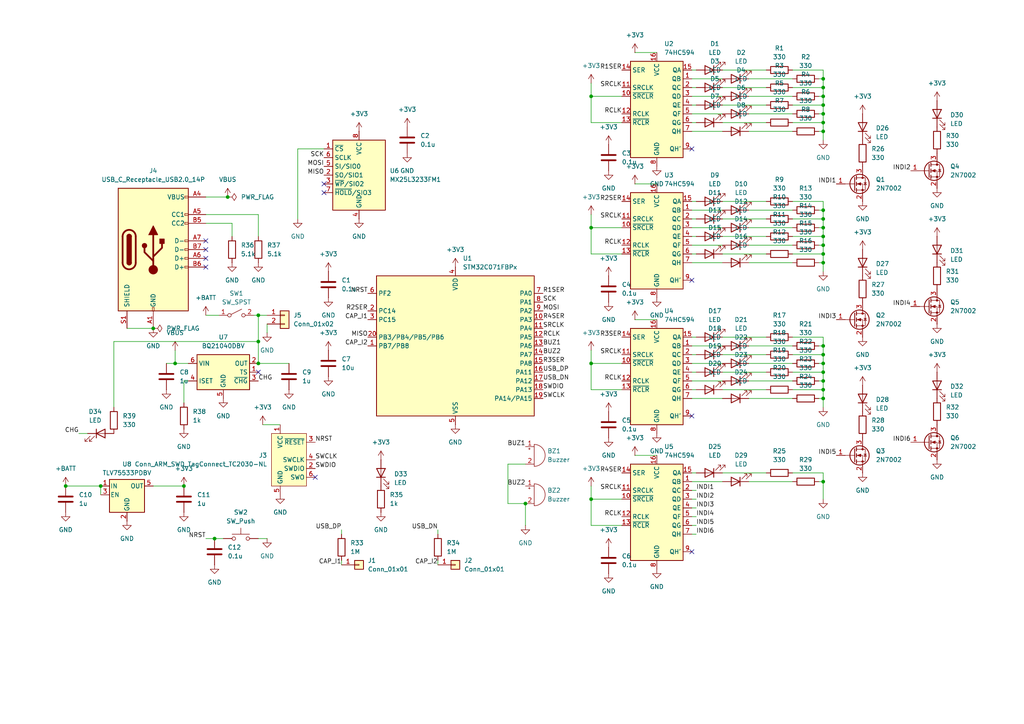
<source format=kicad_sch>
(kicad_sch (version 20250114) (generator "eeschema") (generator_version "9.0")
  (paper "A4")
  (junction (at 238.76 115.57))
  (junction (at 238.76 38.1))
  (junction (at 238.76 107.95))
  (junction (at 238.76 76.2))
  (junction (at 238.76 22.86))
  (junction (at 29.21 140.97))
  (junction (at 171.45 105.41))
  (junction (at 238.76 25.4))
  (junction (at 152.4 146.05))
  (junction (at 238.76 102.87))
  (junction (at 74.93 99.06))
  (junction (at 238.76 33.02))
  (junction (at 238.76 30.48))
  (junction (at 53.34 140.97))
  (junction (at 238.76 71.12))
  (junction (at 238.76 105.41))
  (junction (at 19.05 140.97))
  (junction (at 238.76 66.04))
  (junction (at 74.93 105.41))
  (junction (at 238.76 100.33))
  (junction (at 238.76 73.66))
  (junction (at 44.45 95.25))
  (junction (at 238.76 60.96))
  (junction (at 171.45 144.78))
  (junction (at 238.76 110.49))
  (junction (at 238.76 139.7))
  (junction (at 238.76 113.03))
  (junction (at 238.76 68.58))
  (junction (at 66.04 57.15))
  (junction (at 171.45 66.04))
  (junction (at 238.76 27.94))
  (junction (at 50.8 105.41))
  (junction (at 74.93 91.44))
  (junction (at 171.45 27.94))
  (junction (at 238.76 35.56))
  (junction (at 238.76 63.5))
  (junction (at 62.23 156.21))
  (no_connect (at 91.44 138.43))
  (no_connect (at 93.98 55.88))
  (no_connect (at 200.66 43.18))
  (no_connect (at 59.69 74.93))
  (no_connect (at 200.66 160.02))
  (no_connect (at 59.69 77.47))
  (no_connect (at 200.66 81.28))
  (no_connect (at 200.66 120.65))
  (no_connect (at 93.98 53.34))
  (no_connect (at 74.93 107.95))
  (no_connect (at 59.69 72.39))
  (no_connect (at 59.69 69.85))
  (wire (pts (xy 238.76 139.7) (xy 238.76 144.78)))
  (wire (pts (xy 200.66 73.66) (xy 201.93 73.66)))
  (wire (pts (xy 229.87 97.79) (xy 238.76 97.79)))
  (wire (pts (xy 238.76 73.66) (xy 238.76 76.2)))
  (wire (pts (xy 77.47 93.98) (xy 77.47 96.52)))
  (wire (pts (xy 184.15 92.71) (xy 190.5 92.71)))
  (wire (pts (xy 209.55 68.58) (xy 222.25 68.58)))
  (wire (pts (xy 171.45 66.04) (xy 171.45 73.66)))
  (wire (pts (xy 217.17 27.94) (xy 229.87 27.94)))
  (wire (pts (xy 217.17 139.7) (xy 229.87 139.7)))
  (wire (pts (xy 237.49 76.2) (xy 238.76 76.2)))
  (wire (pts (xy 171.45 140.97) (xy 171.45 144.78)))
  (wire (pts (xy 237.49 105.41) (xy 238.76 105.41)))
  (wire (pts (xy 229.87 30.48) (xy 238.76 30.48)))
  (wire (pts (xy 36.83 95.25) (xy 44.45 95.25)))
  (wire (pts (xy 44.45 140.97) (xy 53.34 140.97)))
  (wire (pts (xy 59.69 57.15) (xy 66.04 57.15)))
  (wire (pts (xy 73.66 91.44) (xy 74.93 91.44)))
  (wire (pts (xy 237.49 38.1) (xy 238.76 38.1)))
  (wire (pts (xy 229.87 73.66) (xy 238.76 73.66)))
  (wire (pts (xy 237.49 110.49) (xy 238.76 110.49)))
  (wire (pts (xy 147.32 134.62) (xy 147.32 146.05)))
  (wire (pts (xy 184.15 15.24) (xy 190.5 15.24)))
  (wire (pts (xy 200.66 115.57) (xy 209.55 115.57)))
  (wire (pts (xy 237.49 33.02) (xy 238.76 33.02)))
  (wire (pts (xy 48.26 105.41) (xy 50.8 105.41)))
  (wire (pts (xy 200.66 97.79) (xy 201.93 97.79)))
  (wire (pts (xy 200.66 139.7) (xy 209.55 139.7)))
  (wire (pts (xy 209.55 73.66) (xy 222.25 73.66)))
  (wire (pts (xy 152.4 134.62) (xy 147.32 134.62)))
  (wire (pts (xy 229.87 20.32) (xy 238.76 20.32)))
  (wire (pts (xy 238.76 22.86) (xy 238.76 25.4)))
  (wire (pts (xy 67.31 64.77) (xy 59.69 64.77)))
  (wire (pts (xy 238.76 60.96) (xy 238.76 63.5)))
  (wire (pts (xy 74.93 91.44) (xy 74.93 99.06)))
  (wire (pts (xy 209.55 102.87) (xy 222.25 102.87)))
  (wire (pts (xy 237.49 115.57) (xy 238.76 115.57)))
  (wire (pts (xy 209.55 25.4) (xy 222.25 25.4)))
  (wire (pts (xy 238.76 68.58) (xy 238.76 71.12)))
  (wire (pts (xy 33.02 99.06) (xy 74.93 99.06)))
  (wire (pts (xy 67.31 68.58) (xy 67.31 64.77)))
  (wire (pts (xy 209.55 113.03) (xy 222.25 113.03)))
  (wire (pts (xy 200.66 20.32) (xy 201.93 20.32)))
  (wire (pts (xy 237.49 22.86) (xy 238.76 22.86)))
  (wire (pts (xy 62.23 156.21) (xy 64.77 156.21)))
  (wire (pts (xy 238.76 38.1) (xy 238.76 40.64)))
  (wire (pts (xy 229.87 107.95) (xy 238.76 107.95)))
  (wire (pts (xy 200.66 27.94) (xy 209.55 27.94)))
  (wire (pts (xy 217.17 33.02) (xy 229.87 33.02)))
  (wire (pts (xy 200.66 71.12) (xy 209.55 71.12)))
  (wire (pts (xy 171.45 105.41) (xy 171.45 113.03)))
  (wire (pts (xy 53.34 110.49) (xy 54.61 110.49)))
  (wire (pts (xy 77.47 91.44) (xy 74.93 91.44)))
  (wire (pts (xy 180.34 35.56) (xy 171.45 35.56)))
  (wire (pts (xy 217.17 38.1) (xy 229.87 38.1)))
  (wire (pts (xy 237.49 71.12) (xy 238.76 71.12)))
  (wire (pts (xy 200.66 154.94) (xy 201.93 154.94)))
  (wire (pts (xy 229.87 58.42) (xy 238.76 58.42)))
  (wire (pts (xy 237.49 66.04) (xy 238.76 66.04)))
  (wire (pts (xy 238.76 107.95) (xy 238.76 110.49)))
  (wire (pts (xy 29.21 140.97) (xy 29.21 143.51)))
  (wire (pts (xy 53.34 116.84) (xy 53.34 110.49)))
  (wire (pts (xy 152.4 146.05) (xy 152.4 152.4)))
  (wire (pts (xy 147.32 146.05) (xy 152.4 146.05)))
  (wire (pts (xy 74.93 156.21) (xy 77.47 156.21)))
  (wire (pts (xy 217.17 60.96) (xy 229.87 60.96)))
  (wire (pts (xy 200.66 38.1) (xy 209.55 38.1)))
  (wire (pts (xy 184.15 132.08) (xy 190.5 132.08)))
  (wire (pts (xy 59.69 91.44) (xy 63.5 91.44)))
  (wire (pts (xy 209.55 35.56) (xy 222.25 35.56)))
  (wire (pts (xy 229.87 113.03) (xy 238.76 113.03)))
  (wire (pts (xy 171.45 27.94) (xy 180.34 27.94)))
  (wire (pts (xy 99.06 153.67) (xy 99.06 154.94)))
  (wire (pts (xy 209.55 97.79) (xy 222.25 97.79)))
  (wire (pts (xy 229.87 137.16) (xy 238.76 137.16)))
  (wire (pts (xy 238.76 35.56) (xy 238.76 38.1)))
  (wire (pts (xy 200.66 152.4) (xy 201.93 152.4)))
  (wire (pts (xy 238.76 63.5) (xy 238.76 66.04)))
  (wire (pts (xy 171.45 144.78) (xy 171.45 152.4)))
  (wire (pts (xy 200.66 58.42) (xy 201.93 58.42)))
  (wire (pts (xy 238.76 20.32) (xy 238.76 22.86)))
  (wire (pts (xy 217.17 110.49) (xy 229.87 110.49)))
  (wire (pts (xy 238.76 25.4) (xy 238.76 27.94)))
  (wire (pts (xy 200.66 22.86) (xy 209.55 22.86)))
  (wire (pts (xy 180.34 113.03) (xy 171.45 113.03)))
  (wire (pts (xy 200.66 33.02) (xy 209.55 33.02)))
  (wire (pts (xy 217.17 76.2) (xy 229.87 76.2)))
  (wire (pts (xy 180.34 152.4) (xy 171.45 152.4)))
  (wire (pts (xy 238.76 97.79) (xy 238.76 100.33)))
  (wire (pts (xy 74.93 99.06) (xy 74.93 105.41)))
  (wire (pts (xy 229.87 63.5) (xy 238.76 63.5)))
  (wire (pts (xy 200.66 144.78) (xy 201.93 144.78)))
  (wire (pts (xy 76.2 123.19) (xy 81.28 123.19)))
  (wire (pts (xy 171.45 27.94) (xy 171.45 35.56)))
  (wire (pts (xy 209.55 107.95) (xy 222.25 107.95)))
  (wire (pts (xy 171.45 24.13) (xy 171.45 27.94)))
  (wire (pts (xy 50.8 105.41) (xy 54.61 105.41)))
  (wire (pts (xy 237.49 60.96) (xy 238.76 60.96)))
  (wire (pts (xy 217.17 66.04) (xy 229.87 66.04)))
  (wire (pts (xy 229.87 25.4) (xy 238.76 25.4)))
  (wire (pts (xy 127 153.67) (xy 127 154.94)))
  (wire (pts (xy 74.93 62.23) (xy 74.93 68.58)))
  (wire (pts (xy 238.76 58.42) (xy 238.76 60.96)))
  (wire (pts (xy 238.76 76.2) (xy 238.76 78.74)))
  (wire (pts (xy 171.45 66.04) (xy 180.34 66.04)))
  (wire (pts (xy 50.8 101.6) (xy 50.8 105.41)))
  (wire (pts (xy 229.87 68.58) (xy 238.76 68.58)))
  (wire (pts (xy 238.76 33.02) (xy 238.76 35.56)))
  (wire (pts (xy 237.49 139.7) (xy 238.76 139.7)))
  (wire (pts (xy 209.55 30.48) (xy 222.25 30.48)))
  (wire (pts (xy 200.66 76.2) (xy 209.55 76.2)))
  (wire (pts (xy 127 162.56) (xy 127 163.83)))
  (wire (pts (xy 200.66 60.96) (xy 209.55 60.96)))
  (wire (pts (xy 200.66 107.95) (xy 201.93 107.95)))
  (wire (pts (xy 200.66 66.04) (xy 209.55 66.04)))
  (wire (pts (xy 209.55 63.5) (xy 222.25 63.5)))
  (wire (pts (xy 171.45 105.41) (xy 180.34 105.41)))
  (wire (pts (xy 217.17 100.33) (xy 229.87 100.33)))
  (wire (pts (xy 200.66 30.48) (xy 201.93 30.48)))
  (wire (pts (xy 238.76 115.57) (xy 238.76 118.11)))
  (wire (pts (xy 19.05 140.97) (xy 29.21 140.97)))
  (wire (pts (xy 59.69 62.23) (xy 74.93 62.23)))
  (wire (pts (xy 238.76 71.12) (xy 238.76 73.66)))
  (wire (pts (xy 217.17 22.86) (xy 229.87 22.86)))
  (wire (pts (xy 229.87 35.56) (xy 238.76 35.56)))
  (wire (pts (xy 237.49 27.94) (xy 238.76 27.94)))
  (wire (pts (xy 184.15 53.34) (xy 190.5 53.34)))
  (wire (pts (xy 200.66 149.86) (xy 201.93 149.86)))
  (wire (pts (xy 171.45 62.23) (xy 171.45 66.04)))
  (wire (pts (xy 217.17 71.12) (xy 229.87 71.12)))
  (wire (pts (xy 237.49 100.33) (xy 238.76 100.33)))
  (wire (pts (xy 22.86 125.73) (xy 25.4 125.73)))
  (wire (pts (xy 238.76 110.49) (xy 238.76 113.03)))
  (wire (pts (xy 209.55 20.32) (xy 222.25 20.32)))
  (wire (pts (xy 74.93 105.41) (xy 83.82 105.41)))
  (wire (pts (xy 238.76 27.94) (xy 238.76 30.48)))
  (wire (pts (xy 59.69 156.21) (xy 62.23 156.21)))
  (wire (pts (xy 171.45 101.6) (xy 171.45 105.41)))
  (wire (pts (xy 33.02 118.11) (xy 33.02 99.06)))
  (wire (pts (xy 238.76 66.04) (xy 238.76 68.58)))
  (wire (pts (xy 238.76 113.03) (xy 238.76 115.57)))
  (wire (pts (xy 200.66 110.49) (xy 209.55 110.49)))
  (wire (pts (xy 229.87 102.87) (xy 238.76 102.87)))
  (wire (pts (xy 209.55 58.42) (xy 222.25 58.42)))
  (wire (pts (xy 171.45 144.78) (xy 180.34 144.78)))
  (wire (pts (xy 217.17 115.57) (xy 229.87 115.57)))
  (wire (pts (xy 200.66 100.33) (xy 209.55 100.33)))
  (wire (pts (xy 238.76 137.16) (xy 238.76 139.7)))
  (wire (pts (xy 200.66 147.32) (xy 201.93 147.32)))
  (wire (pts (xy 200.66 35.56) (xy 201.93 35.56)))
  (wire (pts (xy 86.36 43.18) (xy 93.98 43.18)))
  (wire (pts (xy 209.55 137.16) (xy 222.25 137.16)))
  (wire (pts (xy 217.17 105.41) (xy 229.87 105.41)))
  (wire (pts (xy 200.66 63.5) (xy 201.93 63.5)))
  (wire (pts (xy 200.66 105.41) (xy 209.55 105.41)))
  (wire (pts (xy 238.76 30.48) (xy 238.76 33.02)))
  (wire (pts (xy 238.76 105.41) (xy 238.76 107.95)))
  (wire (pts (xy 99.06 162.56) (xy 99.06 163.83)))
  (wire (pts (xy 200.66 142.24) (xy 201.93 142.24)))
  (wire (pts (xy 180.34 73.66) (xy 171.45 73.66)))
  (wire (pts (xy 200.66 113.03) (xy 201.93 113.03)))
  (wire (pts (xy 238.76 100.33) (xy 238.76 102.87)))
  (wire (pts (xy 200.66 25.4) (xy 201.93 25.4)))
  (wire (pts (xy 200.66 102.87) (xy 201.93 102.87)))
  (wire (pts (xy 238.76 102.87) (xy 238.76 105.41)))
  (wire (pts (xy 200.66 68.58) (xy 201.93 68.58)))
  (wire (pts (xy 200.66 137.16) (xy 201.93 137.16)))
  (wire (pts (xy 86.36 63.5) (xy 86.36 43.18)))
  (label "CAP_I2" (at 106.68 100.33 180))
  (label "SRCLK" (at 157.48 95.25 0))
  (label "INDI2" (at 201.93 144.78 0))
  (label "MISO" (at 106.68 97.79 180))
  (label "INDI5" (at 201.93 152.4 0))
  (label "MOSI" (at 93.98 48.26 180))
  (label "R1SER" (at 180.34 20.32 180))
  (label "CAP_I2" (at 127 163.83 180))
  (label "NRST" (at 59.69 156.21 180))
  (label "RCLK" (at 157.48 97.79 0))
  (label "INDI3" (at 201.93 147.32 0))
  (label "RCLK" (at 180.34 110.49 180))
  (label "MOSI" (at 157.48 90.17 0))
  (label "R2SER" (at 106.68 90.17 180))
  (label "R2SER" (at 180.34 58.42 180))
  (label "SRCLK" (at 180.34 142.24 180))
  (label "INDI1" (at 201.93 142.24 0))
  (label "SRCLK" (at 180.34 25.4 180))
  (label "BUZ1" (at 157.48 100.33 0))
  (label "CHG" (at 74.93 110.49 0))
  (label "USB_DP" (at 157.48 107.95 0))
  (label "R4SER" (at 180.34 137.16 180))
  (label "NRST" (at 106.68 85.09 180))
  (label "R3SER" (at 180.34 97.79 180))
  (label "R1SER" (at 157.48 85.09 0))
  (label "SRCLK" (at 180.34 63.5 180))
  (label "USB_DP" (at 99.06 153.67 180))
  (label "SCK" (at 93.98 45.72 180))
  (label "CAP_I1" (at 99.06 163.83 180))
  (label "R3SER" (at 157.48 105.41 0))
  (label "BUZ2" (at 152.4 140.97 180))
  (label "SWCLK" (at 157.48 115.57 0))
  (label "NRST" (at 91.44 128.27 0))
  (label "CHG" (at 22.86 125.73 180))
  (label "INDI3" (at 242.57 92.71 180))
  (label "INDI4" (at 201.93 149.86 0))
  (label "INDI6" (at 264.16 128.27 180))
  (label "SRCLK" (at 180.34 102.87 180))
  (label "CAP_I1" (at 106.68 92.71 180))
  (label "SCK" (at 157.48 87.63 0))
  (label "BUZ1" (at 152.4 129.54 180))
  (label "INDI5" (at 242.57 132.08 180))
  (label "RCLK" (at 180.34 71.12 180))
  (label "INDI4" (at 264.16 88.9 180))
  (label "MISO" (at 93.98 50.8 180))
  (label "R4SER" (at 157.48 92.71 0))
  (label "SWDIO" (at 91.44 135.89 0))
  (label "SWDIO" (at 157.48 113.03 0))
  (label "INDI2" (at 264.16 49.53 180))
  (label "SWCLK" (at 91.44 133.35 0))
  (label "USB_DN" (at 127 153.67 180))
  (label "INDI1" (at 242.57 53.34 180))
  (label "RCLK" (at 180.34 149.86 180))
  (label "RCLK" (at 180.34 33.02 180))
  (label "USB_DN" (at 157.48 110.49 0))
  (label "INDI6" (at 201.93 154.94 0))
  (label "BUZ2" (at 157.48 102.87 0))
  (symbol (lib_id "power:+3V3") (at 110.49 133.35 0) (unit 1)
    (property "Reference" "#PWR040" (effects (hide yes)))
    (property "Value" "+3V3" (at 110.49 128.27 0))
    (property "Description" "Power symbol creates a global label with name \"+3V3\"" (effects (hide yes)))
  )
  (symbol (lib_id "power:GND") (at 271.78 93.98 0) (unit 1)
    (property "Reference" "#PWR049" (effects (hide yes)))
    (property "Value" "GND" (at 271.78 99.06 0))
    (property "Description" "Power symbol creates a global label with name \"GND\" , ground" (effects (hide yes)))
  )
  (symbol (lib_id "Device:R") (at 226.06 20.32 90) (unit 1)
    (property "Reference" "R1" (at 226.06 13.97 90))
    (property "Value" "330" (at 226.06 16.51 90))
    (property "Footprint" "Resistor_SMD:R_0603_1608Metric" (effects (hide yes)))
    (property "Description" "Resistor" (effects (hide yes)))
  )
  (symbol (lib_id "Device:R") (at 271.78 119.38 0) (unit 1)
    (property "Reference" "R32" (at 274.32 118.1099 0) (effects (justify left)))
    (property "Value" "330" (at 274.32 120.6499 0) (effects (justify left)))
    (property "Footprint" "Resistor_SMD:R_0603_1608Metric" (effects (hide yes)))
    (property "Description" "Resistor" (effects (hide yes)))
  )
  (symbol (lib_id "power:GND") (at 118.11 44.45 0) (unit 1)
    (property "Reference" "#PWR026" (effects (hide yes)))
    (property "Value" "GND" (at 118.11 49.53 0))
    (property "Description" "Power symbol creates a global label with name \"GND\" , ground" (effects (hide yes)))
  )
  (symbol (lib_id "power:+3V3") (at 171.45 24.13 0) (unit 1)
    (property "Reference" "#PWR018" (effects (hide yes)))
    (property "Value" "+3V3" (at 171.45 19.05 0))
    (property "Description" "Power symbol creates a global label with name \"+3V3\"" (effects (hide yes)))
  )
  (symbol (lib_id "power:GND") (at 190.5 86.36 0) (unit 1)
    (property "Reference" "#PWR02" (effects (hide yes)))
    (property "Value" "GND" (at 190.5 91.44 0))
    (property "Description" "Power symbol creates a global label with name \"GND\" , ground" (effects (hide yes)))
  )
  (symbol (lib_id "Device:LED") (at 250.19 76.2 90) (unit 1)
    (property "Reference" "D27" (at 254 76.5174 90) (effects (justify right)))
    (property "Value" "LED" (at 254 79.0574 90) (effects (justify right)))
    (property "Footprint" "LED_SMD:LED_1206_3216Metric" (effects (hide yes)))
    (property "Description" "Light emitting diode" (effects (hide yes)))
    (property "Sim.Pins" "1=K 2=A" (effects (hide yes)))
  )
  (symbol (lib_id "Device:R") (at 233.68 115.57 90) (unit 1)
    (property "Reference" "R24" (at 233.68 109.22 90))
    (property "Value" "330" (at 233.68 111.76 90))
    (property "Footprint" "Resistor_SMD:R_0603_1608Metric" (effects (hide yes)))
    (property "Description" "Resistor" (effects (hide yes)))
  )
  (symbol (lib_id "Switch:SW_SPST") (at 68.58 91.44 0) (unit 1)
    (property "Reference" "SW1" (at 68.58 85.09 0))
    (property "Value" "SW_SPST" (at 68.58 87.63 0))
    (property "Footprint" "Button_Switch_THT:SW_Slide_SPDT_Straight_CK_OS102011MS2Q" (effects (hide yes)))
    (property "Description" "Single Pole Single Throw (SPST) switch" (effects (hide yes)))
  )
  (symbol (lib_id "power:GND") (at 110.49 148.59 0) (unit 1)
    (property "Reference" "#PWR039" (effects (hide yes)))
    (property "Value" "GND" (at 110.49 153.67 0))
    (property "Description" "Power symbol creates a global label with name \"GND\" , ground" (effects (hide yes)))
  )
  (symbol (lib_id "Device:R") (at 99.06 158.75 0) (unit 1)
    (property "Reference" "R33" (at 101.6 157.4799 0) (effects (justify left)))
    (property "Value" "1M" (at 101.6 160.0199 0) (effects (justify left)))
    (property "Footprint" "Resistor_SMD:R_0603_1608Metric" (effects (hide yes)))
    (property "Description" "Resistor" (effects (hide yes)))
  )
  (symbol (lib_id "Device:R") (at 74.93 72.39 0) (unit 1)
    (property "Reference" "R37" (at 77.47 71.1199 0) (effects (justify left)))
    (property "Value" "5.1k" (at 77.47 73.6599 0) (effects (justify left)))
    (property "Footprint" "Resistor_SMD:R_0603_1608Metric" (effects (hide yes)))
    (property "Description" "Resistor" (effects (hide yes)))
  )
  (symbol (lib_id "Transistor_FET:2N7002") (at 247.65 53.34 0) (unit 1)
    (property "Reference" "Q1" (at 254 52.0699 0) (effects (justify left)))
    (property "Value" "2N7002" (at 254 54.6099 0) (effects (justify left)))
    (property "Footprint" "Package_TO_SOT_SMD:SOT-23" (effects (hide yes)))
    (property "Datasheet" "https://www.onsemi.com/pub/Collateral/NDS7002A-D.PDF" (effects (hide yes)))
    (property "Description" "0.115A Id, 60V Vds, N-Channel MOSFET, SOT-23" (effects (hide yes)))
  )
  (symbol (lib_id "power:+BATT") (at 59.69 91.44 0) (unit 1)
    (property "Reference" "#PWR063" (effects (hide yes)))
    (property "Value" "+BATT" (at 59.69 86.36 0))
    (property "Description" "Power symbol creates a global label with name \"+BATT\"" (effects (hide yes)))
  )
  (symbol (lib_id "power:GND") (at 67.31 76.2 0) (unit 1)
    (property "Reference" "#PWR055" (effects (hide yes)))
    (property "Value" "GND" (at 67.31 81.28 0))
    (property "Description" "Power symbol creates a global label with name \"GND\" , ground" (effects (hide yes)))
  )
  (symbol (lib_id "Device:LED") (at 250.19 36.83 90) (unit 1)
    (property "Reference" "D26" (at 254 37.1474 90) (effects (justify right)))
    (property "Value" "LED" (at 254 39.6874 90) (effects (justify right)))
    (property "Footprint" "LED_SMD:LED_1206_3216Metric" (effects (hide yes)))
    (property "Description" "Light emitting diode" (effects (hide yes)))
    (property "Sim.Pins" "1=K 2=A" (effects (hide yes)))
  )
  (symbol (lib_id "Device:R") (at 233.68 71.12 90) (unit 1)
    (property "Reference" "R15" (at 233.68 64.77 90))
    (property "Value" "330" (at 233.68 67.31 90))
    (property "Footprint" "Resistor_SMD:R_0603_1608Metric" (effects (hide yes)))
    (property "Description" "Resistor" (effects (hide yes)))
  )
  (symbol (lib_id "Connector:Conn_ARM_SWD_TagConnect_TC2030-NL") (at 83.82 133.35 0) (unit 1) (in_bom no)
    (property "Reference" "J3" (at 77.47 132.0799 0) (effects (justify right)))
    (property "Value" "Conn_ARM_SWD_TagConnect_TC2030-NL" (at 77.47 134.6199 0) (effects (justify right)))
    (property "Footprint" "Connector:Tag-Connect_TC2030-IDC-NL_2x03_P1.27mm_Vertical" (effects (hide yes)))
    (property "Datasheet" "https://www.tag-connect.com/wp-content/uploads/bsk-pdf-manager/TC2030-CTX_1.pdf" (effects (hide yes)))
    (property "Description" "Tag-Connect ARM Cortex SWD JTAG connector, 6 pin, no legs" (effects (hide yes)))
  )
  (symbol (lib_id "Device:C") (at 118.11 40.64 0) (unit 1)
    (property "Reference" "C2" (at 121.92 39.3699 0) (effects (justify left)))
    (property "Value" "0.1u" (at 121.92 41.9099 0) (effects (justify left)))
    (property "Footprint" "Capacitor_SMD:C_0603_1608Metric" (effects (hide yes)))
    (property "Description" "Unpolarized capacitor" (effects (hide yes)))
  )
  (symbol (lib_id "power:VBUS") (at 50.8 101.6 0) (unit 1)
    (property "Reference" "#PWR057" (effects (hide yes)))
    (property "Value" "VBUS" (at 50.8 96.52 0))
    (property "Description" "Power symbol creates a global label with name \"VBUS\"" (effects (hide yes)))
  )
  (symbol (lib_id "power:+3V3") (at 176.53 119.38 0) (unit 1)
    (property "Reference" "#PWR031" (effects (hide yes)))
    (property "Value" "+3V3" (at 176.53 114.3 0))
    (property "Description" "Power symbol creates a global label with name \"+3V3\"" (effects (hide yes)))
  )
  (symbol (lib_id "Device:R") (at 110.49 144.78 0) (unit 1)
    (property "Reference" "R35" (at 113.03 143.5099 0) (effects (justify left)))
    (property "Value" "1k" (at 113.03 146.0499 0) (effects (justify left)))
    (property "Footprint" "Resistor_SMD:R_0603_1608Metric" (effects (hide yes)))
    (property "Description" "Resistor" (effects (hide yes)))
  )
  (symbol (lib_id "power:+3V3") (at 271.78 29.21 0) (unit 1)
    (property "Reference" "#PWR046" (effects (hide yes)))
    (property "Value" "+3V3" (at 271.78 24.13 0))
    (property "Description" "Power symbol creates a global label with name \"+3V3\"" (effects (hide yes)))
  )
  (symbol (lib_id "Device:C") (at 53.34 144.78 0) (unit 1)
    (property "Reference" "C11" (at 57.15 143.5099 0) (effects (justify left)))
    (property "Value" "1u" (at 57.15 146.0499 0) (effects (justify left)))
    (property "Footprint" "Capacitor_SMD:C_0603_1608Metric" (effects (hide yes)))
    (property "Description" "Unpolarized capacitor" (effects (hide yes)))
  )
  (symbol (lib_id "Transistor_FET:2N7002") (at 269.24 128.27 0) (unit 1)
    (property "Reference" "Q6" (at 275.59 126.9999 0) (effects (justify left)))
    (property "Value" "2N7002" (at 275.59 129.5399 0) (effects (justify left)))
    (property "Footprint" "Package_TO_SOT_SMD:SOT-23" (effects (hide yes)))
    (property "Datasheet" "https://www.onsemi.com/pub/Collateral/NDS7002A-D.PDF" (effects (hide yes)))
    (property "Description" "0.115A Id, 60V Vds, N-Channel MOSFET, SOT-23" (effects (hide yes)))
  )
  (symbol (lib_id "Device:R") (at 67.31 72.39 0) (unit 1)
    (property "Reference" "R36" (at 69.85 71.1199 0) (effects (justify left)))
    (property "Value" "5.1k" (at 69.85 73.6599 0) (effects (justify left)))
    (property "Footprint" "Resistor_SMD:R_0603_1608Metric" (effects (hide yes)))
    (property "Description" "Resistor" (effects (hide yes)))
  )
  (symbol (lib_id "power:+3V3") (at 176.53 41.91 0) (unit 1)
    (property "Reference" "#PWR027" (effects (hide yes)))
    (property "Value" "+3V3" (at 176.53 36.83 0))
    (property "Description" "Power symbol creates a global label with name \"+3V3\"" (effects (hide yes)))
  )
  (symbol (lib_id "Device:R") (at 226.06 58.42 90) (unit 1)
    (property "Reference" "R9" (at 226.06 52.07 90))
    (property "Value" "330" (at 226.06 54.61 90))
    (property "Footprint" "Resistor_SMD:R_0603_1608Metric" (effects (hide yes)))
    (property "Description" "Resistor" (effects (hide yes)))
  )
  (symbol (lib_id "power:GND") (at 53.34 124.46 0) (unit 1)
    (property "Reference" "#PWR059" (effects (hide yes)))
    (property "Value" "GND" (at 53.34 129.54 0))
    (property "Description" "Power symbol creates a global label with name \"GND\" , ground" (effects (hide yes)))
  )
  (symbol (lib_id "power:GND") (at 190.5 48.26 0) (unit 1)
    (property "Reference" "#PWR03" (effects (hide yes)))
    (property "Value" "GND" (at 190.5 53.34 0))
    (property "Description" "Power symbol creates a global label with name \"GND\" , ground" (effects (hide yes)))
  )
  (symbol (lib_id "Device:LED") (at 110.49 137.16 90) (unit 1)
    (property "Reference" "D33" (at 114.3 137.4774 90) (effects (justify right)))
    (property "Value" "LED" (at 114.3 140.0174 90) (effects (justify right)))
    (property "Footprint" "Capacitor_SMD:C_0603_1608Metric" (effects (hide yes)))
    (property "Description" "Light emitting diode" (effects (hide yes)))
    (property "Sim.Pins" "1=K 2=A" (effects (hide yes)))
  )
  (symbol (lib_id "Device:C") (at 48.26 109.22 0) (unit 1)
    (property "Reference" "C8" (at 52.07 107.9499 0) (effects (justify left)))
    (property "Value" "1u" (at 52.07 110.4899 0) (effects (justify left)))
    (property "Footprint" "Capacitor_SMD:C_0603_1608Metric" (effects (hide yes)))
    (property "Description" "Unpolarized capacitor" (effects (hide yes)))
  )
  (symbol (lib_id "Device:LED") (at 213.36 105.41 180) (unit 1)
    (property "Reference" "D22" (at 214.9475 97.79 0))
    (property "Value" "LED" (at 214.9475 100.33 0))
    (property "Footprint" "LED_SMD:LED_0603_1608Metric" (effects (hide yes)))
    (property "Description" "Light emitting diode" (effects (hide yes)))
    (property "Sim.Pins" "1=K 2=A" (effects (hide yes)))
  )
  (symbol (lib_id "Device:R") (at 233.68 66.04 90) (unit 1)
    (property "Reference" "R14" (at 233.68 59.69 90))
    (property "Value" "330" (at 233.68 62.23 90))
    (property "Footprint" "Resistor_SMD:R_0603_1608Metric" (effects (hide yes)))
    (property "Description" "Resistor" (effects (hide yes)))
  )
  (symbol (lib_id "74xx:74HC594") (at 190.5 68.58 0) (unit 1)
    (property "Reference" "U3" (at 192.6433 50.8 0) (effects (justify left)))
    (property "Value" "74HC594" (at 192.6433 53.34 0) (effects (justify left)))
    (property "Footprint" "Package_SO:SOIC-16_3.9x9.9mm_P1.27mm" (effects (hide yes)))
    (property "Datasheet" "https://www.ti.com/lit/ds/symlink/sn74hc594.pdf" (effects (hide yes)))
    (property "Description" "8-Bit Shift Registers With Output Registers" (effects (hide yes)))
  )
  (symbol (lib_id "Device:LED") (at 250.19 115.57 90) (unit 1)
    (property "Reference" "D28" (at 254 115.8874 90) (effects (justify right)))
    (property "Value" "LED" (at 254 118.4274 90) (effects (justify right)))
    (property "Footprint" "LED_SMD:LED_1206_3216Metric" (effects (hide yes)))
    (property "Description" "Light emitting diode" (effects (hide yes)))
    (property "Sim.Pins" "1=K 2=A" (effects (hide yes)))
  )
  (symbol (lib_id "Device:LED") (at 205.74 35.56 180) (unit 1)
    (property "Reference" "D7" (at 207.3275 27.94 0))
    (property "Value" "LED" (at 207.3275 30.48 0))
    (property "Footprint" "LED_SMD:LED_0603_1608Metric" (effects (hide yes)))
    (property "Description" "Light emitting diode" (effects (hide yes)))
    (property "Sim.Pins" "1=K 2=A" (effects (hide yes)))
  )
  (symbol (lib_id "Device:R") (at 226.06 63.5 90) (unit 1)
    (property "Reference" "R10" (at 226.06 57.15 90))
    (property "Value" "330" (at 226.06 59.69 90))
    (property "Footprint" "Resistor_SMD:R_0603_1608Metric" (effects (hide yes)))
    (property "Description" "Resistor" (effects (hide yes)))
  )
  (symbol (lib_id "74xx:74HC594") (at 190.5 147.32 0) (unit 1)
    (property "Reference" "U5" (at 192.6433 129.54 0) (effects (justify left)))
    (property "Value" "74HC594" (at 192.6433 132.08 0) (effects (justify left)))
    (property "Footprint" "Package_SO:SOIC-16_3.9x9.9mm_P1.27mm" (effects (hide yes)))
    (property "Datasheet" "https://www.ti.com/lit/ds/symlink/sn74hc594.pdf" (effects (hide yes)))
    (property "Description" "8-Bit Shift Registers With Output Registers" (effects (hide yes)))
  )
  (symbol (lib_id "Device:LED") (at 205.74 107.95 180) (unit 1)
    (property "Reference" "D19" (at 207.3275 100.33 0))
    (property "Value" "LED" (at 207.3275 102.87 0))
    (property "Footprint" "LED_SMD:LED_0603_1608Metric" (effects (hide yes)))
    (property "Description" "Light emitting diode" (effects (hide yes)))
    (property "Sim.Pins" "1=K 2=A" (effects (hide yes)))
  )
  (symbol (lib_id "power:GND") (at 152.4 152.4 0) (unit 1)
    (property "Reference" "#PWR019" (effects (hide yes)))
    (property "Value" "GND" (at 152.4 157.48 0))
    (property "Description" "Power symbol creates a global label with name \"GND\" , ground" (effects (hide yes)))
  )
  (symbol (lib_id "Device:R") (at 127 158.75 0) (unit 1)
    (property "Reference" "R34" (at 129.54 157.4799 0) (effects (justify left)))
    (property "Value" "1M" (at 129.54 160.0199 0) (effects (justify left)))
    (property "Footprint" "Resistor_SMD:R_0603_1608Metric" (effects (hide yes)))
    (property "Description" "Resistor" (effects (hide yes)))
  )
  (symbol (lib_id "Device:R") (at 226.06 30.48 90) (unit 1)
    (property "Reference" "R5" (at 226.06 24.13 90))
    (property "Value" "330" (at 226.06 26.67 90))
    (property "Footprint" "Resistor_SMD:R_0603_1608Metric" (effects (hide yes)))
    (property "Description" "Resistor" (effects (hide yes)))
  )
  (symbol (lib_id "power:GND") (at 250.19 137.16 0) (unit 1)
    (property "Reference" "#PWR045" (effects (hide yes)))
    (property "Value" "GND" (at 250.19 142.24 0))
    (property "Description" "Power symbol creates a global label with name \"GND\" , ground" (effects (hide yes)))
  )
  (symbol (lib_id "power:GND") (at 190.5 125.73 0) (unit 1)
    (property "Reference" "#PWR04" (effects (hide yes)))
    (property "Value" "GND" (at 190.5 130.81 0))
    (property "Description" "Power symbol creates a global label with name \"GND\" , ground" (effects (hide yes)))
  )
  (symbol (lib_id "power:GND") (at 81.28 143.51 0) (unit 1)
    (property "Reference" "#PWR038" (effects (hide yes)))
    (property "Value" "GND" (at 81.28 148.59 0))
    (property "Description" "Power symbol creates a global label with name \"GND\" , ground" (effects (hide yes)))
  )
  (symbol (lib_id "power:VBUS") (at 66.04 57.15 0) (unit 1)
    (property "Reference" "#PWR054" (effects (hide yes)))
    (property "Value" "VBUS" (at 66.04 52.07 0))
    (property "Description" "Power symbol creates a global label with name \"VBUS\"" (effects (hide yes)))
  )
  (symbol (lib_id "power:GND") (at 44.45 95.25 0) (unit 1)
    (property "Reference" "#PWR053" (effects (hide yes)))
    (property "Value" "GND" (at 44.45 100.33 0))
    (property "Description" "Power symbol creates a global label with name \"GND\" , ground" (effects (hide yes)))
  )
  (symbol (lib_id "power:PWR_FLAG") (at 44.45 95.25 270) (unit 1)
    (property "Reference" "#FLG02" (effects (hide yes)))
    (property "Value" "PWR_FLAG" (at 48.26 95.2499 90) (effects (justify left)))
    (property "Description" "Special symbol for telling ERC where power comes from" (effects (hide yes)))
  )
  (symbol (lib_id "Device:R") (at 233.68 76.2 90) (unit 1)
    (property "Reference" "R16" (at 233.68 69.85 90))
    (property "Value" "330" (at 233.68 72.39 90))
    (property "Footprint" "Resistor_SMD:R_0603_1608Metric" (effects (hide yes)))
    (property "Description" "Resistor" (effects (hide yes)))
  )
  (symbol (lib_id "Device:LED") (at 213.36 139.7 180) (unit 1)
    (property "Reference" "D29" (at 214.9475 132.08 0))
    (property "Value" "LED" (at 214.9475 134.62 0))
    (property "Footprint" "LED_SMD:LED_0603_1608Metric" (effects (hide yes)))
    (property "Description" "Light emitting diode" (effects (hide yes)))
    (property "Sim.Pins" "1=K 2=A" (effects (hide yes)))
  )
  (symbol (lib_id "power:GND") (at 238.76 118.11 0) (unit 1)
    (property "Reference" "#PWR011" (effects (hide yes)))
    (property "Value" "GND" (at 238.76 123.19 0))
    (property "Description" "Power symbol creates a global label with name \"GND\" , ground" (effects (hide yes)))
  )
  (symbol (lib_id "Device:LED") (at 213.36 33.02 180) (unit 1)
    (property "Reference" "D6" (at 214.9475 25.4 0))
    (property "Value" "LED" (at 214.9475 27.94 0))
    (property "Footprint" "LED_SMD:LED_0805_2012Metric" (effects (hide yes)))
    (property "Description" "Light emitting diode" (effects (hide yes)))
    (property "Sim.Pins" "1=K 2=A" (effects (hide yes)))
  )
  (symbol (lib_id "power:+3V3") (at 184.15 132.08 0) (unit 1)
    (property "Reference" "#PWR06" (effects (hide yes)))
    (property "Value" "+3V3" (at 184.15 127 0))
    (property "Description" "Power symbol creates a global label with name \"+3V3\"" (effects (hide yes)))
  )
  (symbol (lib_id "Device:R") (at 226.06 102.87 90) (unit 1)
    (property "Reference" "R18" (at 226.06 96.52 90))
    (property "Value" "330" (at 226.06 99.06 90))
    (property "Footprint" "Resistor_SMD:R_0603_1608Metric" (effects (hide yes)))
    (property "Description" "Resistor" (effects (hide yes)))
  )
  (symbol (lib_id "power:+3V3") (at 271.78 68.58 0) (unit 1)
    (property "Reference" "#PWR048" (effects (hide yes)))
    (property "Value" "+3V3" (at 271.78 63.5 0))
    (property "Description" "Power symbol creates a global label with name \"+3V3\"" (effects (hide yes)))
  )
  (symbol (lib_id "power:GND") (at 53.34 148.59 0) (unit 1)
    (property "Reference" "#PWR065" (effects (hide yes)))
    (property "Value" "GND" (at 53.34 153.67 0))
    (property "Description" "Power symbol creates a global label with name \"GND\" , ground" (effects (hide yes)))
  )
  (symbol (lib_id "Device:LED") (at 205.74 102.87 180) (unit 1)
    (property "Reference" "D18" (at 207.3275 95.25 0))
    (property "Value" "LED" (at 207.3275 97.79 0))
    (property "Footprint" "LED_SMD:LED_0603_1608Metric" (effects (hide yes)))
    (property "Description" "Light emitting diode" (effects (hide yes)))
    (property "Sim.Pins" "1=K 2=A" (effects (hide yes)))
  )
  (symbol (lib_id "Device:LED") (at 205.74 97.79 180) (unit 1)
    (property "Reference" "D17" (at 207.3275 90.17 0))
    (property "Value" "LED" (at 207.3275 92.71 0))
    (property "Footprint" "LED_SMD:LED_0603_1608Metric" (effects (hide yes)))
    (property "Description" "Light emitting diode" (effects (hide yes)))
    (property "Sim.Pins" "1=K 2=A" (effects (hide yes)))
  )
  (symbol (lib_id "Battery_Management:BQ21040DBV") (at 64.77 107.95 0) (unit 1)
    (property "Reference" "U7" (at 64.77 97.79 0))
    (property "Value" "BQ21040DBV" (at 64.77 100.33 0))
    (property "Footprint" "Package_TO_SOT_SMD:SOT-23-6" (effects (hide yes)))
    (property "Datasheet" "https://www.ti.com/lit/ds/symlink/bq21040.pdf" (effects (hide yes)))
    (property "Description" "Single cell, 0.8A Li-Ion/Li-Po linear charge management controller, up to 30V input, 4.2V charge voltage, Open-Drain Status Output, Temperature sense input, SOT-23-6" (effects (hide yes)))
  )
  (symbol (lib_id "Device:R") (at 233.68 22.86 90) (unit 1)
    (property "Reference" "R2" (at 233.68 16.51 90))
    (property "Value" "330" (at 233.68 19.05 90))
    (property "Footprint" "Resistor_SMD:R_0603_1608Metric" (effects (hide yes)))
    (property "Description" "Resistor" (effects (hide yes)))
  )
  (symbol (lib_id "power:+3V3") (at 171.45 101.6 0) (unit 1)
    (property "Reference" "#PWR016" (effects (hide yes)))
    (property "Value" "+3V3" (at 171.45 96.52 0))
    (property "Description" "Power symbol creates a global label with name \"+3V3\"" (effects (hide yes)))
  )
  (symbol (lib_id "power:GND") (at 48.26 113.03 0) (unit 1)
    (property "Reference" "#PWR058" (effects (hide yes)))
    (property "Value" "GND" (at 48.26 118.11 0))
    (property "Description" "Power symbol creates a global label with name \"GND\" , ground" (effects (hide yes)))
  )
  (symbol (lib_id "power:GND") (at 250.19 97.79 0) (unit 1)
    (property "Reference" "#PWR043" (effects (hide yes)))
    (property "Value" "GND" (at 250.19 102.87 0))
    (property "Description" "Power symbol creates a global label with name \"GND\" , ground" (effects (hide yes)))
  )
  (symbol (lib_id "power:+3V3") (at 250.19 111.76 0) (unit 1)
    (property "Reference" "#PWR044" (effects (hide yes)))
    (property "Value" "+3V3" (at 250.19 106.68 0))
    (property "Description" "Power symbol creates a global label with name \"+3V3\"" (effects (hide yes)))
  )
  (symbol (lib_id "Device:R") (at 233.68 33.02 90) (unit 1)
    (property "Reference" "R6" (at 233.68 26.67 90))
    (property "Value" "330" (at 233.68 29.21 90))
    (property "Footprint" "Resistor_SMD:R_0603_1608Metric" (effects (hide yes)))
    (property "Description" "Resistor" (effects (hide yes)))
  )
  (symbol (lib_id "Device:LED") (at 213.36 27.94 180) (unit 1)
    (property "Reference" "D4" (at 214.9475 20.32 0))
    (property "Value" "LED" (at 214.9475 22.86 0))
    (property "Footprint" "LED_SMD:LED_0805_2012Metric" (effects (hide yes)))
    (property "Description" "Light emitting diode" (effects (hide yes)))
    (property "Sim.Pins" "1=K 2=A" (effects (hide yes)))
  )
  (symbol (lib_id "Transistor_FET:2N7002") (at 247.65 132.08 0) (unit 1)
    (property "Reference" "Q3" (at 254 130.8099 0) (effects (justify left)))
    (property "Value" "2N7002" (at 254 133.3499 0) (effects (justify left)))
    (property "Footprint" "Package_TO_SOT_SMD:SOT-23" (effects (hide yes)))
    (property "Datasheet" "https://www.onsemi.com/pub/Collateral/NDS7002A-D.PDF" (effects (hide yes)))
    (property "Description" "0.115A Id, 60V Vds, N-Channel MOSFET, SOT-23" (effects (hide yes)))
  )
  (symbol (lib_id "Device:R") (at 233.68 110.49 90) (unit 1)
    (property "Reference" "R23" (at 233.68 104.14 90))
    (property "Value" "330" (at 233.68 106.68 90))
    (property "Footprint" "Resistor_SMD:R_0603_1608Metric" (effects (hide yes)))
    (property "Description" "Resistor" (effects (hide yes)))
  )
  (symbol (lib_id "power:GND") (at 176.53 49.53 0) (unit 1)
    (property "Reference" "#PWR028" (effects (hide yes)))
    (property "Value" "GND" (at 176.53 54.61 0))
    (property "Description" "Power symbol creates a global label with name \"GND\" , ground" (effects (hide yes)))
  )
  (symbol (lib_id "power:GND") (at 250.19 58.42 0) (unit 1)
    (property "Reference" "#PWR012" (effects (hide yes)))
    (property "Value" "GND" (at 250.19 63.5 0))
    (property "Description" "Power symbol creates a global label with name \"GND\" , ground" (effects (hide yes)))
  )
  (symbol (lib_id "power:+3V3") (at 184.15 92.71 0) (unit 1)
    (property "Reference" "#PWR01" (effects (hide yes)))
    (property "Value" "+3V3" (at 184.15 87.63 0))
    (property "Description" "Power symbol creates a global label with name \"+3V3\"" (effects (hide yes)))
  )
  (symbol (lib_id "Device:LED") (at 205.74 113.03 180) (unit 1)
    (property "Reference" "D20" (at 207.3275 105.41 0))
    (property "Value" "LED" (at 207.3275 107.95 0))
    (property "Footprint" "LED_SMD:LED_0603_1608Metric" (effects (hide yes)))
    (property "Description" "Light emitting diode" (effects (hide yes)))
    (property "Sim.Pins" "1=K 2=A" (effects (hide yes)))
  )
  (symbol (lib_id "power:GND") (at 271.78 133.35 0) (unit 1)
    (property "Reference" "#PWR051" (effects (hide yes)))
    (property "Value" "GND" (at 271.78 138.43 0))
    (property "Description" "Power symbol creates a global label with name \"GND\" , ground" (effects (hide yes)))
  )
  (symbol (lib_id "power:GND") (at 238.76 40.64 0) (unit 1)
    (property "Reference" "#PWR09" (effects (hide yes)))
    (property "Value" "GND" (at 238.76 45.72 0))
    (property "Description" "Power symbol creates a global label with name \"GND\" , ground" (effects (hide yes)))
  )
  (symbol (lib_id "Device:Buzzer") (at 154.94 132.08 0) (unit 1)
    (property "Reference" "BZ1" (at 158.75 130.8099 0) (effects (justify left)))
    (property "Value" "Buzzer" (at 158.75 133.3499 0) (effects (justify left)))
    (property "Footprint" "Buzzer_Beeper:Buzzer_12x9.5RM7.6" (effects (hide yes)))
    (property "Description" "Buzzer, polarized" (effects (hide yes)))
  )
  (symbol (lib_id "power:GND") (at 86.36 63.5 0) (unit 1)
    (property "Reference" "#PWR022" (effects (hide yes)))
    (property "Value" "GND" (at 86.36 68.58 0))
    (property "Description" "Power symbol creates a global label with name \"GND\" , ground" (effects (hide yes)))
  )
  (symbol (lib_id "Device:LED") (at 213.36 22.86 180) (unit 1)
    (property "Reference" "D2" (at 214.9475 15.24 0))
    (property "Value" "LED" (at 214.9475 17.78 0))
    (property "Footprint" "LED_SMD:LED_0805_2012Metric" (effects (hide yes)))
    (property "Description" "Light emitting diode" (effects (hide yes)))
    (property "Sim.Pins" "1=K 2=A" (effects (hide yes)))
  )
  (symbol (lib_id "Device:R") (at 233.68 139.7 90) (unit 1)
    (property "Reference" "R29" (at 233.68 133.35 90))
    (property "Value" "330" (at 233.68 135.89 90))
    (property "Footprint" "Resistor_SMD:R_0603_1608Metric" (effects (hide yes)))
    (property "Description" "Resistor" (effects (hide yes)))
  )
  (symbol (lib_id "power:GND") (at 271.78 54.61 0) (unit 1)
    (property "Reference" "#PWR047" (effects (hide yes)))
    (property "Value" "GND" (at 271.78 59.69 0))
    (property "Description" "Power symbol creates a global label with name \"GND\" , ground" (effects (hide yes)))
  )
  (symbol (lib_id "Device:R") (at 226.06 25.4 90) (unit 1)
    (property "Reference" "R3" (at 226.06 19.05 90))
    (property "Value" "330" (at 226.06 21.59 90))
    (property "Footprint" "Resistor_SMD:R_0603_1608Metric" (effects (hide yes)))
    (property "Description" "Resistor" (effects (hide yes)))
  )
  (symbol (lib_id "power:GND") (at 95.25 86.36 0) (unit 1)
    (property "Reference" "#PWR024" (effects (hide yes)))
    (property "Value" "GND" (at 95.25 91.44 0))
    (property "Description" "Power symbol creates a global label with name \"GND\" , ground" (effects (hide yes)))
  )
  (symbol (lib_id "power:+3V3") (at 171.45 140.97 0) (unit 1)
    (property "Reference" "#PWR015" (effects (hide yes)))
    (property "Value" "+3V3" (at 171.45 135.89 0))
    (property "Description" "Power symbol creates a global label with name \"+3V3\"" (effects (hide yes)))
  )
  (symbol (lib_id "Device:C") (at 83.82 109.22 0) (unit 1)
    (property "Reference" "C9" (at 87.63 107.9499 0) (effects (justify left)))
    (property "Value" "1u" (at 87.63 110.4899 0) (effects (justify left)))
    (property "Footprint" "Capacitor_SMD:C_0603_1608Metric" (effects (hide yes)))
    (property "Description" "Unpolarized capacitor" (effects (hide yes)))
  )
  (symbol (lib_id "74xx:74HC594") (at 190.5 30.48 0) (unit 1)
    (property "Reference" "U2" (at 192.6433 12.7 0) (effects (justify left)))
    (property "Value" "74HC594" (at 192.6433 15.24 0) (effects (justify left)))
    (property "Footprint" "Package_SO:SOIC-16_3.9x9.9mm_P1.27mm" (effects (hide yes)))
    (property "Datasheet" "https://www.ti.com/lit/ds/symlink/sn74hc594.pdf" (effects (hide yes)))
    (property "Description" "8-Bit Shift Registers With Output Registers" (effects (hide yes)))
  )
  (symbol (lib_id "Device:LED") (at 213.36 100.33 180) (unit 1)
    (property "Reference" "D21" (at 214.9475 92.71 0))
    (property "Value" "LED" (at 214.9475 95.25 0))
    (property "Footprint" "LED_SMD:LED_0603_1608Metric" (effects (hide yes)))
    (property "Description" "Light emitting diode" (effects (hide yes)))
    (property "Sim.Pins" "1=K 2=A" (effects (hide yes)))
  )
  (symbol (lib_id "Device:C") (at 176.53 45.72 0) (unit 1)
    (property "Reference" "C3" (at 180.34 44.4499 0) (effects (justify left)))
    (property "Value" "0.1u" (at 180.34 46.9899 0) (effects (justify left)))
    (property "Footprint" "Capacitor_SMD:C_0603_1608Metric" (effects (hide yes)))
    (property "Description" "Unpolarized capacitor" (effects (hide yes)))
  )
  (symbol (lib_id "Device:R") (at 226.06 68.58 90) (unit 1)
    (property "Reference" "R11" (at 226.06 62.23 90))
    (property "Value" "330" (at 226.06 64.77 90))
    (property "Footprint" "Resistor_SMD:R_0603_1608Metric" (effects (hide yes)))
    (property "Description" "Resistor" (effects (hide yes)))
  )
  (symbol (lib_id "Device:LED") (at 205.74 73.66 180) (unit 1)
    (property "Reference" "D15" (at 207.3275 66.04 0))
    (property "Value" "LED" (at 207.3275 68.58 0))
    (property "Footprint" "LED_SMD:LED_0603_1608Metric" (effects (hide yes)))
    (property "Description" "Light emitting diode" (effects (hide yes)))
    (property "Sim.Pins" "1=K 2=A" (effects (hide yes)))
  )
  (symbol (lib_id "Device:Buzzer") (at 154.94 143.51 0) (unit 1)
    (property "Reference" "BZ2" (at 158.75 142.2399 0) (effects (justify left)))
    (property "Value" "Buzzer" (at 158.75 144.7799 0) (effects (justify left)))
    (property "Footprint" "Buzzer_Beeper:Buzzer_12x9.5RM7.6" (effects (hide yes)))
    (property "Description" "Buzzer, polarized" (effects (hide yes)))
  )
  (symbol (lib_id "Device:R") (at 226.06 35.56 90) (unit 1)
    (property "Reference" "R7" (at 226.06 29.21 90))
    (property "Value" "330" (at 226.06 31.75 90))
    (property "Footprint" "Resistor_SMD:R_0603_1608Metric" (effects (hide yes)))
    (property "Description" "Resistor" (effects (hide yes)))
  )
  (symbol (lib_id "Device:LED") (at 213.36 115.57 180) (unit 1)
    (property "Reference" "D24" (at 214.9475 107.95 0))
    (property "Value" "LED" (at 214.9475 110.49 0))
    (property "Footprint" "LED_SMD:LED_0603_1608Metric" (effects (hide yes)))
    (property "Description" "Light emitting diode" (effects (hide yes)))
    (property "Sim.Pins" "1=K 2=A" (effects (hide yes)))
  )
  (symbol (lib_id "Device:C") (at 19.05 144.78 0) (unit 1)
    (property "Reference" "C10" (at 22.86 143.5099 0) (effects (justify left)))
    (property "Value" "1u" (at 22.86 146.0499 0) (effects (justify left)))
    (property "Footprint" "Capacitor_SMD:C_0603_1608Metric" (effects (hide yes)))
    (property "Description" "Unpolarized capacitor" (effects (hide yes)))
  )
  (symbol (lib_id "Regulator_Linear:TLV75533PDBV") (at 36.83 143.51 0) (unit 1)
    (property "Reference" "U8" (at 36.83 134.62 0))
    (property "Value" "TLV75533PDBV" (at 36.83 137.16 0))
    (property "Footprint" "Package_TO_SOT_SMD:SOT-23-5" (effects (hide yes)))
    (property "Datasheet" "http://www.ti.com/lit/ds/symlink/tlv755p.pdf" (effects (hide yes)))
    (property "Description" "500mA Low Dropout Voltage Regulator, Fixed Output 3.3V, SOT-23-5" (effects (hide yes)))
  )
  (symbol (lib_id "Device:R") (at 233.68 60.96 90) (unit 1)
    (property "Reference" "R13" (at 233.68 54.61 90))
    (property "Value" "330" (at 233.68 57.15 90))
    (property "Footprint" "Resistor_SMD:R_0603_1608Metric" (effects (hide yes)))
    (property "Description" "Resistor" (effects (hide yes)))
  )
  (symbol (lib_id "Device:LED") (at 205.74 68.58 180) (unit 1)
    (property "Reference" "D13" (at 207.3275 60.96 0))
    (property "Value" "LED" (at 207.3275 63.5 0))
    (property "Footprint" "LED_SMD:LED_0603_1608Metric" (effects (hide yes)))
    (property "Description" "Light emitting diode" (effects (hide yes)))
    (property "Sim.Pins" "1=K 2=A" (effects (hide yes)))
  )
  (symbol (lib_id "Device:C") (at 95.25 82.55 0) (unit 1)
    (property "Reference" "C1" (at 99.06 81.2799 0) (effects (justify left)))
    (property "Value" "0.1u" (at 99.06 83.8199 0) (effects (justify left)))
    (property "Footprint" "Capacitor_SMD:C_0603_1608Metric" (effects (hide yes)))
    (property "Description" "Unpolarized capacitor" (effects (hide yes)))
  )
  (symbol (lib_id "power:GND") (at 36.83 151.13 0) (unit 1)
    (property "Reference" "#PWR066" (effects (hide yes)))
    (property "Value" "GND" (at 36.83 156.21 0))
    (property "Description" "Power symbol creates a global label with name \"GND\" , ground" (effects (hide yes)))
  )
  (symbol (lib_id "power:GND") (at 238.76 78.74 0) (unit 1)
    (property "Reference" "#PWR010" (effects (hide yes)))
    (property "Value" "GND" (at 238.76 83.82 0))
    (property "Description" "Power symbol creates a global label with name \"GND\" , ground" (effects (hide yes)))
  )
  (symbol (lib_id "power:+3V3") (at 95.25 101.6 0) (unit 1)
    (property "Reference" "#PWR035" (effects (hide yes)))
    (property "Value" "+3V3" (at 95.25 96.52 0))
    (property "Description" "Power symbol creates a global label with name \"+3V3\"" (effects (hide yes)))
  )
  (symbol (lib_id "power:+3V3") (at 250.19 72.39 0) (unit 1)
    (property "Reference" "#PWR042" (effects (hide yes)))
    (property "Value" "+3V3" (at 250.19 67.31 0))
    (property "Description" "Power symbol creates a global label with name \"+3V3\"" (effects (hide yes)))
  )
  (symbol (lib_id "Device:C") (at 176.53 83.82 0) (unit 1)
    (property "Reference" "C4" (at 180.34 82.5499 0) (effects (justify left)))
    (property "Value" "0.1u" (at 180.34 85.0899 0) (effects (justify left)))
    (property "Footprint" "Capacitor_SMD:C_0603_1608Metric" (effects (hide yes)))
    (property "Description" "Unpolarized capacitor" (effects (hide yes)))
  )
  (symbol (lib_id "Device:LED") (at 205.74 63.5 180) (unit 1)
    (property "Reference" "D11" (at 207.3275 55.88 0))
    (property "Value" "LED" (at 207.3275 58.42 0))
    (property "Footprint" "LED_SMD:LED_0603_1608Metric" (effects (hide yes)))
    (property "Description" "Light emitting diode" (effects (hide yes)))
    (property "Sim.Pins" "1=K 2=A" (effects (hide yes)))
  )
  (symbol (lib_id "power:+3V3") (at 176.53 158.75 0) (unit 1)
    (property "Reference" "#PWR033" (effects (hide yes)))
    (property "Value" "+3V3" (at 176.53 153.67 0))
    (property "Description" "Power symbol creates a global label with name \"+3V3\"" (effects (hide yes)))
  )
  (symbol (lib_id "Device:LED") (at 213.36 66.04 180) (unit 1)
    (property "Reference" "D12" (at 214.9475 58.42 0))
    (property "Value" "LED" (at 214.9475 60.96 0))
    (property "Footprint" "LED_SMD:LED_0603_1608Metric" (effects (hide yes)))
    (property "Description" "Light emitting diode" (effects (hide yes)))
    (property "Sim.Pins" "1=K 2=A" (effects (hide yes)))
  )
  (symbol (lib_id "Device:LED") (at 271.78 111.76 90) (unit 1)
    (property "Reference" "D32" (at 275.59 112.0774 90) (effects (justify right)))
    (property "Value" "LED" (at 275.59 114.6174 90) (effects (justify right)))
    (property "Footprint" "LED_SMD:LED_1206_3216Metric" (effects (hide yes)))
    (property "Description" "Light emitting diode" (effects (hide yes)))
    (property "Sim.Pins" "1=K 2=A" (effects (hide yes)))
  )
  (symbol (lib_id "power:GND") (at 83.82 113.03 0) (unit 1)
    (property "Reference" "#PWR061" (effects (hide yes)))
    (property "Value" "GND" (at 83.82 118.11 0))
    (property "Description" "Power symbol creates a global label with name \"GND\" , ground" (effects (hide yes)))
  )
  (symbol (lib_id "power:+3V3") (at 271.78 107.95 0) (unit 1)
    (property "Reference" "#PWR050" (effects (hide yes)))
    (property "Value" "+3V3" (at 271.78 102.87 0))
    (property "Description" "Power symbol creates a global label with name \"+3V3\"" (effects (hide yes)))
  )
  (symbol (lib_id "power:+3V3") (at 53.34 140.97 0) (unit 1)
    (property "Reference" "#PWR069" (effects (hide yes)))
    (property "Value" "+3V3" (at 53.34 135.89 0))
    (property "Description" "Power symbol creates a global label with name \"+3V3\"" (effects (hide yes)))
  )
  (symbol (lib_id "power:GND") (at 77.47 156.21 0) (unit 1)
    (property "Reference" "#PWR070" (effects (hide yes)))
    (property "Value" "GND" (at 77.47 161.29 0))
    (property "Description" "Power symbol creates a global label with name \"GND\" , ground" (effects (hide yes)))
  )
  (symbol (lib_id "Device:LED") (at 213.36 110.49 180) (unit 1)
    (property "Reference" "D23" (at 214.9475 102.87 0))
    (property "Value" "LED" (at 214.9475 105.41 0))
    (property "Footprint" "LED_SMD:LED_0603_1608Metric" (effects (hide yes)))
    (property "Description" "Light emitting diode" (effects (hide yes)))
    (property "Sim.Pins" "1=K 2=A" (effects (hide yes)))
  )
  (symbol (lib_id "Device:LED") (at 213.36 76.2 180) (unit 1)
    (property "Reference" "D16" (at 214.9475 68.58 0))
    (property "Value" "LED" (at 214.9475 71.12 0))
    (property "Footprint" "LED_SMD:LED_0603_1608Metric" (effects (hide yes)))
    (property "Description" "Light emitting diode" (effects (hide yes)))
    (property "Sim.Pins" "1=K 2=A" (effects (hide yes)))
  )
  (symbol (lib_id "power:GND") (at 104.14 63.5 0) (unit 1)
    (property "Reference" "#PWR020" (effects (hide yes)))
    (property "Value" "GND" (at 104.14 68.58 0))
    (property "Description" "Power symbol creates a global label with name \"GND\" , ground" (effects (hide yes)))
  )
  (symbol (lib_id "Device:C") (at 176.53 162.56 0) (unit 1)
    (property "Reference" "C6" (at 180.34 161.2899 0) (effects (justify left)))
    (property "Value" "0.1u" (at 180.34 163.8299 0) (effects (justify left)))
    (property "Footprint" "Capacitor_SMD:C_0603_1608Metric" (effects (hide yes)))
    (property "Description" "Unpolarized capacitor" (effects (hide yes)))
  )
  (symbol (lib_id "Device:R") (at 226.06 137.16 90) (unit 1)
    (property "Reference" "R25" (at 226.06 130.81 90))
    (property "Value" "330" (at 226.06 133.35 90))
    (property "Footprint" "Resistor_SMD:R_0603_1608Metric" (effects (hide yes)))
    (property "Description" "Resistor" (effects (hide yes)))
  )
  (symbol (lib_id "power:+3V3") (at 132.08 77.47 0) (unit 1)
    (property "Reference" "#PWR014" (effects (hide yes)))
    (property "Value" "+3V3" (at 132.08 72.39 0))
    (property "Description" "Power symbol creates a global label with name \"+3V3\"" (effects (hide yes)))
  )
  (symbol (lib_id "Device:R") (at 250.19 123.19 0) (unit 1)
    (property "Reference" "R28" (at 252.73 121.9199 0) (effects (justify left)))
    (property "Value" "330" (at 252.73 124.4599 0) (effects (justify left)))
    (property "Footprint" "Resistor_SMD:R_0603_1608Metric" (effects (hide yes)))
    (property "Description" "Resistor" (effects (hide yes)))
  )
  (symbol (lib_id "power:GND") (at 238.76 144.78 0) (unit 1)
    (property "Reference" "#PWR052" (effects (hide yes)))
    (property "Value" "GND" (at 238.76 149.86 0))
    (property "Description" "Power symbol creates a global label with name \"GND\" , ground" (effects (hide yes)))
  )
  (symbol (lib_id "Device:C") (at 176.53 123.19 0) (unit 1)
    (property "Reference" "C5" (at 180.34 121.9199 0) (effects (justify left)))
    (property "Value" "0.1u" (at 180.34 124.4599 0) (effects (justify left)))
    (property "Footprint" "Capacitor_SMD:C_0603_1608Metric" (effects (hide yes)))
    (property "Description" "Unpolarized capacitor" (effects (hide yes)))
  )
  (symbol (lib_id "Device:R") (at 233.68 27.94 90) (unit 1)
    (property "Reference" "R4" (at 233.68 21.59 90))
    (property "Value" "330" (at 233.68 24.13 90))
    (property "Footprint" "Resistor_SMD:R_0603_1608Metric" (effects (hide yes)))
    (property "Description" "Resistor" (effects (hide yes)))
  )
  (symbol (lib_id "Memory_Flash:MX25L3233FM1") (at 104.14 50.8 0) (unit 1)
    (property "Reference" "U6" (at 113.03 49.5299 0) (effects (justify left)))
    (property "Value" "MX25L3233FM1" (at 113.03 52.0699 0) (effects (justify left)))
    (property "Footprint" "Package_SO:JEITA_SOIC-8_3.9x4.9mm_P1.27mm" (effects (hide yes)))
    (property "Datasheet" "https://www.macronix.com/Lists/Datasheet/Attachments/8377/MX25L3233F,%203V,%2032Mb,%20v1.1.pdf" (effects (hide yes)))
    (property "Description" "32-Mbit, 3V (2.65V-3.6V) SPI Serial Flash Memory, JEITA SOIC-8 (SOP-8)" (effects (hide yes)))
  )
  (symbol (lib_id "power:+3V3") (at 95.25 78.74 0) (unit 1)
    (property "Reference" "#PWR023" (effects (hide yes)))
    (property "Value" "+3V3" (at 95.25 73.66 0))
    (property "Description" "Power symbol creates a global label with name \"+3V3\"" (effects (hide yes)))
  )
  (symbol (lib_id "power:+3V3") (at 171.45 62.23 0) (unit 1)
    (property "Reference" "#PWR017" (effects (hide yes)))
    (property "Value" "+3V3" (at 171.45 57.15 0))
    (property "Description" "Power symbol creates a global label with name \"+3V3\"" (effects (hide yes)))
  )
  (symbol (lib_id "MCU_ST_STM32C0:STM32C071FBPx") (at 132.08 100.33 0) (unit 1)
    (property "Reference" "U1" (at 134.2233 74.93 0) (effects (justify left)))
    (property "Value" "STM32C071FBPx" (at 134.2233 77.47 0) (effects (justify left)))
    (property "Footprint" "Package_SO:TSSOP-20_4.4x6.5mm_P0.65mm" (effects (hide yes)))
    (property "Datasheet" "https://www.st.com/resource/en/datasheet/stm32c071fb.pdf" (effects (hide yes)))
    (property "Description" "STMicroelectronics Arm Cortex-M0+ MCU, 128KB flash, 24KB RAM, 18 GPIO, TSSOP20_GP" (effects (hide yes)))
  )
  (symbol (lib_id "Device:LED") (at 271.78 72.39 90) (unit 1)
    (property "Reference" "D31" (at 275.59 72.7074 90) (effects (justify right)))
    (property "Value" "LED" (at 275.59 75.2474 90) (effects (justify right)))
    (property "Footprint" "LED_SMD:LED_1206_3216Metric" (effects (hide yes)))
    (property "Description" "Light emitting diode" (effects (hide yes)))
    (property "Sim.Pins" "1=K 2=A" (effects (hide yes)))
  )
  (symbol (lib_id "power:+3V3") (at 104.14 38.1 0) (unit 1)
    (property "Reference" "#PWR021" (effects (hide yes)))
    (property "Value" "+3V3" (at 104.14 33.02 0))
    (property "Description" "Power symbol creates a global label with name \"+3V3\"" (effects (hide yes)))
  )
  (symbol (lib_id "power:GND") (at 74.93 76.2 0) (unit 1)
    (property "Reference" "#PWR056" (effects (hide yes)))
    (property "Value" "GND" (at 74.93 81.28 0))
    (property "Description" "Power symbol creates a global label with name \"GND\" , ground" (effects (hide yes)))
  )
  (symbol (lib_id "Device:R") (at 53.34 120.65 0) (unit 1)
    (property "Reference" "R38" (at 55.88 119.3799 0) (effects (justify left)))
    (property "Value" "1k" (at 55.88 121.9199 0) (effects (justify left)))
    (property "Footprint" "Resistor_SMD:R_0603_1608Metric" (effects (hide yes)))
    (property "Description" "Resistor" (effects (hide yes)))
  )
  (symbol (lib_id "Device:R") (at 233.68 105.41 90) (unit 1)
    (property "Reference" "R22" (at 233.68 99.06 90))
    (property "Value" "330" (at 233.68 101.6 90))
    (property "Footprint" "Resistor_SMD:R_0603_1608Metric" (effects (hide yes)))
    (property "Description" "Resistor" (effects (hide yes)))
  )
  (symbol (lib_id "Device:LED") (at 271.78 33.02 90) (unit 1)
    (property "Reference" "D30" (at 275.59 33.3374 90) (effects (justify right)))
    (property "Value" "LED" (at 275.59 35.8774 90) (effects (justify right)))
    (property "Footprint" "LED_SMD:LED_1206_3216Metric" (effects (hide yes)))
    (property "Description" "Light emitting diode" (effects (hide yes)))
    (property "Sim.Pins" "1=K 2=A" (effects (hide yes)))
  )
  (symbol (lib_id "power:GND") (at 190.5 165.1 0) (unit 1)
    (property "Reference" "#PWR05" (effects (hide yes)))
    (property "Value" "GND" (at 190.5 170.18 0))
    (property "Description" "Power symbol creates a global label with name \"GND\" , ground" (effects (hide yes)))
  )
  (symbol (lib_id "Device:R") (at 233.68 100.33 90) (unit 1)
    (property "Reference" "R21" (at 233.68 93.98 90))
    (property "Value" "330" (at 233.68 96.52 90))
    (property "Footprint" "Resistor_SMD:R_0603_1608Metric" (effects (hide yes)))
    (property "Description" "Resistor" (effects (hide yes)))
  )
  (symbol (lib_id "power:+3V3") (at 184.15 53.34 0) (unit 1)
    (property "Reference" "#PWR07" (effects (hide yes)))
    (property "Value" "+3V3" (at 184.15 48.26 0))
    (property "Description" "Power symbol creates a global label with name \"+3V3\"" (effects (hide yes)))
  )
  (symbol (lib_id "Connector_Generic:Conn_01x01") (at 104.14 163.83 0) (unit 1)
    (property "Reference" "J1" (at 106.68 162.5599 0) (effects (justify left)))
    (property "Value" "Conn_01x01" (at 106.68 165.0999 0) (effects (justify left)))
    (property "Footprint" "cap_pad:cap_pad" (effects (hide yes)))
    (property "Description" "Generic connector, single row, 01x01, script generated (kicad-library-utils/schlib/autogen/connector/)" (effects (hide yes)))
  )
  (symbol (lib_id "74xx:74HC594") (at 190.5 107.95 0) (unit 1)
    (property "Reference" "U4" (at 192.6433 90.17 0) (effects (justify left)))
    (property "Value" "74HC594" (at 192.6433 92.71 0) (effects (justify left)))
    (property "Footprint" "Package_SO:SOIC-16_3.9x9.9mm_P1.27mm" (effects (hide yes)))
    (property "Datasheet" "https://www.ti.com/lit/ds/symlink/sn74hc594.pdf" (effects (hide yes)))
    (property "Description" "8-Bit Shift Registers With Output Registers" (effects (hide yes)))
  )
  (symbol (lib_id "power:GND") (at 64.77 115.57 0) (unit 1)
    (property "Reference" "#PWR060" (effects (hide yes)))
    (property "Value" "GND" (at 64.77 120.65 0))
    (property "Description" "Power symbol creates a global label with name \"GND\" , ground" (effects (hide yes)))
  )
  (symbol (lib_id "Transistor_FET:2N7002") (at 269.24 88.9 0) (unit 1)
    (property "Reference" "Q5" (at 275.59 87.6299 0) (effects (justify left)))
    (property "Value" "2N7002" (at 275.59 90.1699 0) (effects (justify left)))
    (property "Footprint" "Package_TO_SOT_SMD:SOT-23" (effects (hide yes)))
    (property "Datasheet" "https://www.onsemi.com/pub/Collateral/NDS7002A-D.PDF" (effects (hide yes)))
    (property "Description" "0.115A Id, 60V Vds, N-Channel MOSFET, SOT-23" (effects (hide yes)))
  )
  (symbol (lib_id "power:+BATT") (at 19.05 140.97 0) (unit 1)
    (property "Reference" "#PWR068" (effects (hide yes)))
    (property "Value" "+BATT" (at 19.05 135.89 0))
    (property "Description" "Power symbol creates a global label with name \"+BATT\"" (effects (hide yes)))
  )
  (symbol (lib_id "Device:R") (at 226.06 113.03 90) (unit 1)
    (property "Reference" "R20" (at 226.06 106.68 90))
    (property "Value" "330" (at 226.06 109.22 90))
    (property "Footprint" "Resistor_SMD:R_0603_1608Metric" (effects (hide yes)))
    (property "Description" "Resistor" (effects (hide yes)))
  )
  (symbol (lib_id "Connector_Generic:Conn_01x01") (at 132.08 163.83 0) (unit 1)
    (property "Reference" "J2" (at 134.62 162.5599 0) (effects (justify left)))
    (property "Value" "Conn_01x01" (at 134.62 165.0999 0) (effects (justify left)))
    (property "Footprint" "cap_pad:cap_pad" (effects (hide yes)))
    (property "Description" "Generic connector, single row, 01x01, script generated (kicad-library-utils/schlib/autogen/connector/)" (effects (hide yes)))
  )
  (symbol (lib_id "Device:C") (at 62.23 160.02 0) (unit 1)
    (property "Reference" "C12" (at 66.04 158.7499 0) (effects (justify left)))
    (property "Value" "0.1u" (at 66.04 161.2899 0) (effects (justify left)))
    (property "Footprint" "Capacitor_SMD:C_0603_1608Metric" (effects (hide yes)))
    (property "Description" "Unpolarized capacitor" (effects (hide yes)))
  )
  (symbol (lib_id "Device:LED") (at 205.74 58.42 180) (unit 1)
    (property "Reference" "D9" (at 207.3275 50.8 0))
    (property "Value" "LED" (at 207.3275 53.34 0))
    (property "Footprint" "LED_SMD:LED_0603_1608Metric" (effects (hide yes)))
    (property "Description" "Light emitting diode" (effects (hide yes)))
    (property "Sim.Pins" "1=K 2=A" (effects (hide yes)))
  )
  (symbol (lib_id "power:GND") (at 176.53 166.37 0) (unit 1)
    (property "Reference" "#PWR034" (effects (hide yes)))
    (property "Value" "GND" (at 176.53 171.45 0))
    (property "Description" "Power symbol creates a global label with name \"GND\" , ground" (effects (hide yes)))
  )
  (symbol (lib_id "power:GND") (at 62.23 163.83 0) (unit 1)
    (property "Reference" "#PWR071" (effects (hide yes)))
    (property "Value" "GND" (at 62.23 168.91 0))
    (property "Description" "Power symbol creates a global label with name \"GND\" , ground" (effects (hide yes)))
  )
  (symbol (lib_id "Device:R") (at 233.68 38.1 90) (unit 1)
    (property "Reference" "R8" (at 233.68 31.75 90))
    (property "Value" "330" (at 233.68 34.29 90))
    (property "Footprint" "Resistor_SMD:R_0603_1608Metric" (effects (hide yes)))
    (property "Description" "Resistor" (effects (hide yes)))
  )
  (symbol (lib_id "power:+3V3") (at 184.15 15.24 0) (unit 1)
    (property "Reference" "#PWR08" (effects (hide yes)))
    (property "Value" "+3V3" (at 184.15 10.16 0))
    (property "Description" "Power symbol creates a global label with name \"+3V3\"" (effects (hide yes)))
  )
  (symbol (lib_id "Device:LED") (at 205.74 30.48 180) (unit 1)
    (property "Reference" "D5" (at 207.3275 22.86 0))
    (property "Value" "LED" (at 207.3275 25.4 0))
    (property "Footprint" "LED_SMD:LED_0805_2012Metric" (effects (hide yes)))
    (property "Description" "Light emitting diode" (effects (hide yes)))
    (property "Sim.Pins" "1=K 2=A" (effects (hide yes)))
  )
  (symbol (lib_id "Device:R") (at 250.19 83.82 0) (unit 1)
    (property "Reference" "R27" (at 252.73 82.5499 0) (effects (justify left)))
    (property "Value" "330" (at 252.73 85.0899 0) (effects (justify left)))
    (property "Footprint" "Resistor_SMD:R_0603_1608Metric" (effects (hide yes)))
    (property "Description" "Resistor" (effects (hide yes)))
  )
  (symbol (lib_id "Device:LED") (at 205.74 20.32 180) (unit 1)
    (property "Reference" "D1" (at 207.3275 12.7 0))
    (property "Value" "LED" (at 207.3275 15.24 0))
    (property "Footprint" "LED_SMD:LED_0805_2012Metric" (effects (hide yes)))
    (property "Description" "Light emitting diode" (effects (hide yes)))
    (property "Sim.Pins" "1=K 2=A" (effects (hide yes)))
  )
  (symbol (lib_id "Connector_Generic:Conn_01x02") (at 82.55 91.44 0) (unit 1)
    (property "Reference" "J5" (at 85.09 91.4399 0) (effects (justify left)))
    (property "Value" "Conn_01x02" (at 85.09 93.9799 0) (effects (justify left)))
    (property "Footprint" "Connector_JST:JST_PH_B2B-PH-K_1x02_P2.00mm_Vertical" (effects (hide yes)))
    (property "Description" "Generic connector, single row, 01x02, script generated (kicad-library-utils/schlib/autogen/connector/)" (effects (hide yes)))
  )
  (symbol (lib_id "power:GND") (at 176.53 87.63 0) (unit 1)
    (property "Reference" "#PWR030" (effects (hide yes)))
    (property "Value" "GND" (at 176.53 92.71 0))
    (property "Description" "Power symbol creates a global label with name \"GND\" , ground" (effects (hide yes)))
  )
  (symbol (lib_id "Device:R") (at 226.06 73.66 90) (unit 1)
    (property "Reference" "R12" (at 226.06 67.31 90))
    (property "Value" "330" (at 226.06 69.85 90))
    (property "Footprint" "Resistor_SMD:R_0603_1608Metric" (effects (hide yes)))
    (property "Description" "Resistor" (effects (hide yes)))
  )
  (symbol (lib_id "Transistor_FET:2N7002") (at 247.65 92.71 0) (unit 1)
    (property "Reference" "Q2" (at 254 91.4399 0) (effects (justify left)))
    (property "Value" "2N7002" (at 254 93.9799 0) (effects (justify left)))
    (property "Footprint" "Package_TO_SOT_SMD:SOT-23" (effects (hide yes)))
    (property "Datasheet" "https://www.onsemi.com/pub/Collateral/NDS7002A-D.PDF" (effects (hide yes)))
    (property "Description" "0.115A Id, 60V Vds, N-Channel MOSFET, SOT-23" (effects (hide yes)))
  )
  (symbol (lib_id "Device:R") (at 226.06 107.95 90) (unit 1)
    (property "Reference" "R19" (at 226.06 101.6 90))
    (property "Value" "330" (at 226.06 104.14 90))
    (property "Footprint" "Resistor_SMD:R_0603_1608Metric" (effects (hide yes)))
    (property "Description" "Resistor" (effects (hide yes)))
  )
  (symbol (lib_id "Device:R") (at 250.19 44.45 0) (unit 1)
    (property "Reference" "R26" (at 252.73 43.1799 0) (effects (justify left)))
    (property "Value" "330" (at 252.73 45.7199 0) (effects (justify left)))
    (property "Footprint" "Resistor_SMD:R_0603_1608Metric" (effects (hide yes)))
    (property "Description" "Resistor" (effects (hide yes)))
  )
  (symbol (lib_id "Device:R") (at 271.78 40.64 0) (unit 1)
    (property "Reference" "R30" (at 274.32 39.3699 0) (effects (justify left)))
    (property "Value" "330" (at 274.32 41.9099 0) (effects (justify left)))
    (property "Footprint" "Resistor_SMD:R_0603_1608Metric" (effects (hide yes)))
    (property "Description" "Resistor" (effects (hide yes)))
  )
  (symbol (lib_id "Device:LED") (at 205.74 137.16 180) (unit 1)
    (property "Reference" "D25" (at 207.3275 129.54 0))
    (property "Value" "LED" (at 207.3275 132.08 0))
    (property "Footprint" "LED_SMD:LED_0603_1608Metric" (effects (hide yes)))
    (property "Description" "Light emitting diode" (effects (hide yes)))
    (property "Sim.Pins" "1=K 2=A" (effects (hide yes)))
  )
  (symbol (lib_id "power:+3V3") (at 250.19 33.02 0) (unit 1)
    (property "Reference" "#PWR041" (effects (hide yes)))
    (property "Value" "+3V3" (at 250.19 27.94 0))
    (property "Description" "Power symbol creates a global label with name \"+3V3\"" (effects (hide yes)))
  )
  (symbol (lib_id "Device:LED") (at 213.36 38.1 180) (unit 1)
    (property "Reference" "D8" (at 214.9475 30.48 0))
    (property "Value" "LED" (at 214.9475 33.02 0))
    (property "Footprint" "LED_SMD:LED_0603_1608Metric" (effects (hide yes)))
    (property "Description" "Light emitting diode" (effects (hide yes)))
    (property "Sim.Pins" "1=K 2=A" (effects (hide yes)))
  )
  (symbol (lib_id "power:GND") (at 176.53 127 0) (unit 1)
    (property "Reference" "#PWR032" (effects (hide yes)))
    (property "Value" "GND" (at 176.53 132.08 0))
    (property "Description" "Power symbol creates a global label with name \"GND\" , ground" (effects (hide yes)))
  )
  (symbol (lib_id "power:GND") (at 19.05 148.59 0) (unit 1)
    (property "Reference" "#PWR067" (effects (hide yes)))
    (property "Value" "GND" (at 19.05 153.67 0))
    (property "Description" "Power symbol creates a global label with name \"GND\" , ground" (effects (hide yes)))
  )
  (symbol (lib_id "Device:LED") (at 213.36 71.12 180) (unit 1)
    (property "Reference" "D14" (at 214.9475 63.5 0))
    (property "Value" "LED" (at 214.9475 66.04 0))
    (property "Footprint" "LED_SMD:LED_0603_1608Metric" (effects (hide yes)))
    (property "Description" "Light emitting diode" (effects (hide yes)))
    (property "Sim.Pins" "1=K 2=A" (effects (hide yes)))
  )
  (symbol (lib_id "Device:LED") (at 29.21 125.73 0) (unit 1)
    (property "Reference" "D34" (at 27.6225 119.38 0))
    (property "Value" "LED" (at 27.6225 121.92 0))
    (property "Footprint" "Capacitor_SMD:C_0603_1608Metric" (effects (hide yes)))
    (property "Description" "Light emitting diode" (effects (hide yes)))
    (property "Sim.Pins" "1=K 2=A" (effects (hide yes)))
  )
  (symbol (lib_id "power:GND") (at 77.47 96.52 0) (unit 1)
    (property "Reference" "#PWR062" (effects (hide yes)))
    (property "Value" "GND" (at 77.47 101.6 0))
    (property "Description" "Power symbol creates a global label with name \"GND\" , ground" (effects (hide yes)))
  )
  (symbol (lib_id "Transistor_FET:2N7002") (at 269.24 49.53 0) (unit 1)
    (property "Reference" "Q4" (at 275.59 48.2599 0) (effects (justify left)))
    (property "Value" "2N7002" (at 275.59 50.7999 0) (effects (justify left)))
    (property "Footprint" "Package_TO_SOT_SMD:SOT-23" (effects (hide yes)))
    (property "Datasheet" "https://www.onsemi.com/pub/Collateral/NDS7002A-D.PDF" (effects (hide yes)))
    (property "Description" "0.115A Id, 60V Vds, N-Channel MOSFET, SOT-23" (effects (hide yes)))
  )
  (symbol (lib_id "Connector:USB_C_Receptacle_USB2.0_14P") (at 44.45 72.39 0) (unit 1)
    (property "Reference" "J4" (at 44.45 49.53 0))
    (property "Value" "USB_C_Receptacle_USB2.0_14P" (at 44.45 52.07 0))
    (property "Footprint" "Connector_USB:USB_C_Receptacle_GCT_USB4110" (effects (hide yes)))
    (property "Datasheet" "https://www.usb.org/sites/default/files/documents/usb_type-c.zip" (effects (hide yes)))
    (property "Description" "USB 2.0-only 14P Type-C Receptacle connector" (effects (hide yes)))
  )
  (symbol (lib_id "power:GND") (at 132.08 123.19 0) (unit 1)
    (property "Reference" "#PWR013" (effects (hide yes)))
    (property "Value" "GND" (at 132.08 128.27 0))
    (property "Description" "Power symbol creates a global label with name \"GND\" , ground" (effects (hide yes)))
  )
  (symbol (lib_id "Device:LED") (at 213.36 60.96 180) (unit 1)
    (property "Reference" "D10" (at 214.9475 53.34 0))
    (property "Value" "LED" (at 214.9475 55.88 0))
    (property "Footprint" "LED_SMD:LED_0603_1608Metric" (effects (hide yes)))
    (property "Description" "Light emitting diode" (effects (hide yes)))
    (property "Sim.Pins" "1=K 2=A" (effects (hide yes)))
  )
  (symbol (lib_id "power:+3V3") (at 176.53 80.01 0) (unit 1)
    (property "Reference" "#PWR029" (effects (hide yes)))
    (property "Value" "+3V3" (at 176.53 74.93 0))
    (property "Description" "Power symbol creates a global label with name \"+3V3\"" (effects (hide yes)))
  )
  (symbol (lib_id "power:+3V3") (at 118.11 36.83 0) (unit 1)
    (property "Reference" "#PWR025" (effects (hide yes)))
    (property "Value" "+3V3" (at 118.11 31.75 0))
    (property "Description" "Power symbol creates a global label with name \"+3V3\"" (effects (hide yes)))
  )
  (symbol (lib_id "power:GND") (at 95.25 109.22 0) (unit 1)
    (property "Reference" "#PWR036" (effects (hide yes)))
    (property "Value" "GND" (at 95.25 114.3 0))
    (property "Description" "Power symbol creates a global label with name \"GND\" , ground" (effects (hide yes)))
  )
  (symbol (lib_id "power:+3V3") (at 76.2 123.19 0) (unit 1)
    (property "Reference" "#PWR037" (effects (hide yes)))
    (property "Value" "+3V3" (at 76.2 118.11 0))
    (property "Description" "Power symbol creates a global label with name \"+3V3\"" (effects (hide yes)))
  )
  (symbol (lib_id "Device:R") (at 33.02 121.92 0) (unit 1)
    (property "Reference" "R39" (at 35.56 120.6499 0) (effects (justify left)))
    (property "Value" "330" (at 35.56 123.1899 0) (effects (justify left)))
    (property "Footprint" "Resistor_SMD:R_0603_1608Metric" (effects (hide yes)))
    (property "Description" "Resistor" (effects (hide yes)))
  )
  (symbol (lib_id "Device:R") (at 226.06 97.79 90) (unit 1)
    (property "Reference" "R17" (at 226.06 91.44 90))
    (property "Value" "330" (at 226.06 93.98 90))
    (property "Footprint" "Resistor_SMD:R_0603_1608Metric" (effects (hide yes)))
    (property "Description" "Resistor" (effects (hide yes)))
  )
  (symbol (lib_id "power:PWR_FLAG") (at 66.04 57.15 270) (unit 1)
    (property "Reference" "#FLG01" (effects (hide yes)))
    (property "Value" "PWR_FLAG" (at 69.85 57.1499 90) (effects (justify left)))
    (property "Description" "Special symbol for telling ERC where power comes from" (effects (hide yes)))
  )
  (symbol (lib_id "Device:C") (at 95.25 105.41 0) (unit 1)
    (property "Reference" "C7" (at 99.06 104.1399 0) (effects (justify left)))
    (property "Value" "10u" (at 99.06 106.6799 0) (effects (justify left)))
    (property "Footprint" "Capacitor_SMD:C_0603_1608Metric" (effects (hide yes)))
    (property "Description" "Unpolarized capacitor" (effects (hide yes)))
  )
  (symbol (lib_id "Device:LED") (at 205.74 25.4 180) (unit 1)
    (property "Reference" "D3" (at 207.3275 17.78 0))
    (property "Value" "LED" (at 207.3275 20.32 0))
    (property "Footprint" "LED_SMD:LED_0805_2012Metric" (effects (hide yes)))
    (property "Description" "Light emitting diode" (effects (hide yes)))
    (property "Sim.Pins" "1=K 2=A" (effects (hide yes)))
  )
  (symbol (lib_id "Switch:SW_Push") (at 69.85 156.21 0) (unit 1)
    (property "Reference" "SW2" (at 69.85 148.59 0))
    (property "Value" "SW_Push" (at 69.85 151.13 0))
    (property "Footprint" "Button_Switch_SMD:SW_Push_1P1T_NO_CK_KSC7xxJ" (effects (hide yes)))
    (property "Description" "Push button switch, generic, two pins" (effects (hide yes)))
  )
  (symbol (lib_id "Device:R") (at 271.78 80.01 0) (unit 1)
    (property "Reference" "R31" (at 274.32 78.7399 0) (effects (justify left)))
    (property "Value" "330" (at 274.32 81.2799 0) (effects (justify left)))
    (property "Footprint" "Resistor_SMD:R_0603_1608Metric" (effects (hide yes)))
    (property "Description" "Resistor" (effects (hide yes)))
  )
)
</source>
